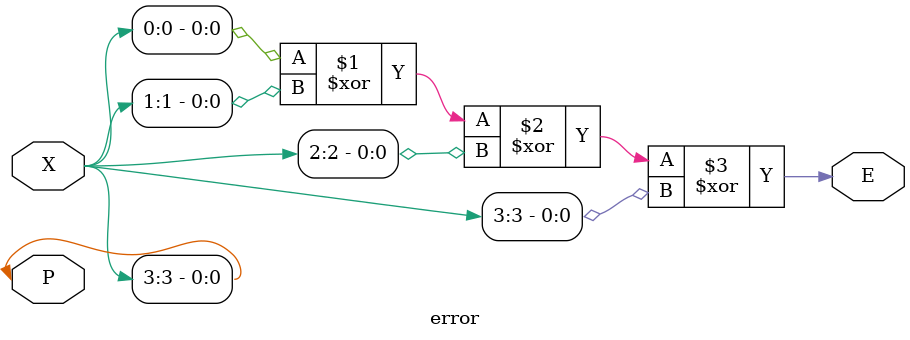
<source format=sv>


module error (X,P,E);				// P is the parity bit
  input [3:0]X;
  input P;
  output E;
  
  assign P = X[3];
  xor (E, X[0], X[1], X[2], X[3]); 		// E = 1 (Error),   E = 0 (No Error)
  
endmodule
</source>
